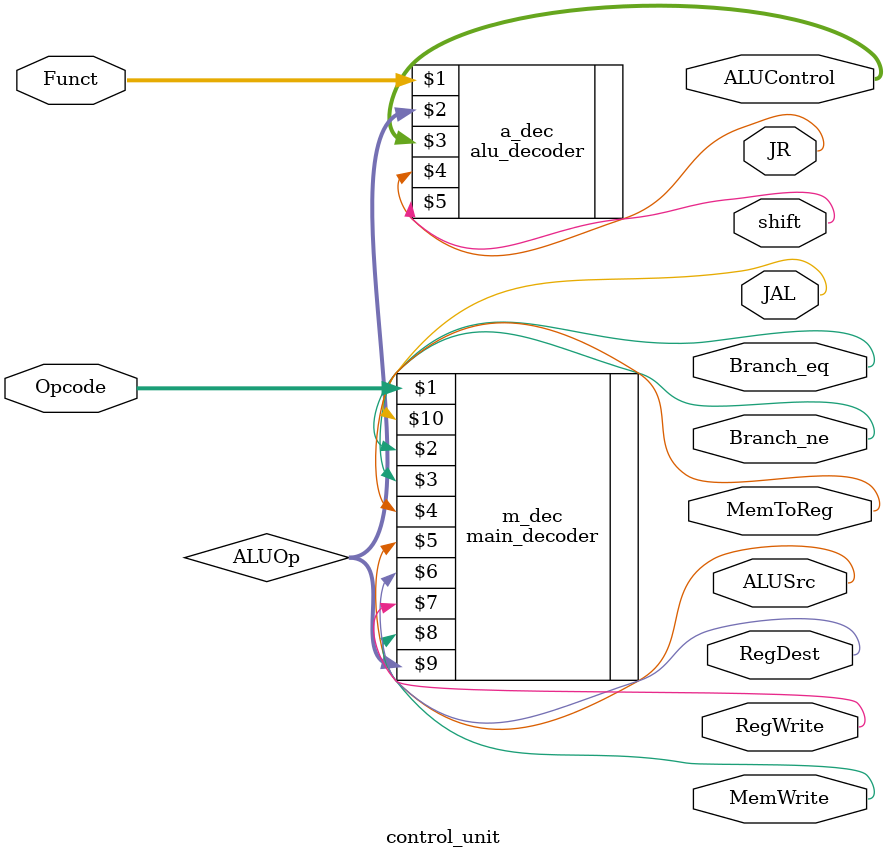
<source format=v>
module control_unit (Opcode, Funct,
        MemToReg, MemWrite, ALUControl, ALUSrc, RegDest, RegWrite, JAL, JR, shift, Branch_eq, Branch_ne);
    input [5:0] Opcode, Funct;
    output MemToReg, MemWrite, ALUSrc, RegDest, RegWrite, JAL, JR, shift, Branch_eq, Branch_ne;
    output [2:0] ALUControl;
    
    wire [1:0] ALUOp;
    wire Branch_eq, Branch_ne;

    main_decoder m_dec (Opcode, Branch_eq, Branch_ne, MemToReg, ALUSrc, RegDest, RegWrite, MemWrite, ALUOp, JAL);

    alu_decoder a_dec (Funct, ALUOp, ALUControl, JR, shift);

    // assign PCSrc = Zero & Branch_eq | ~Zero & Branch_ne;

endmodule
</source>
